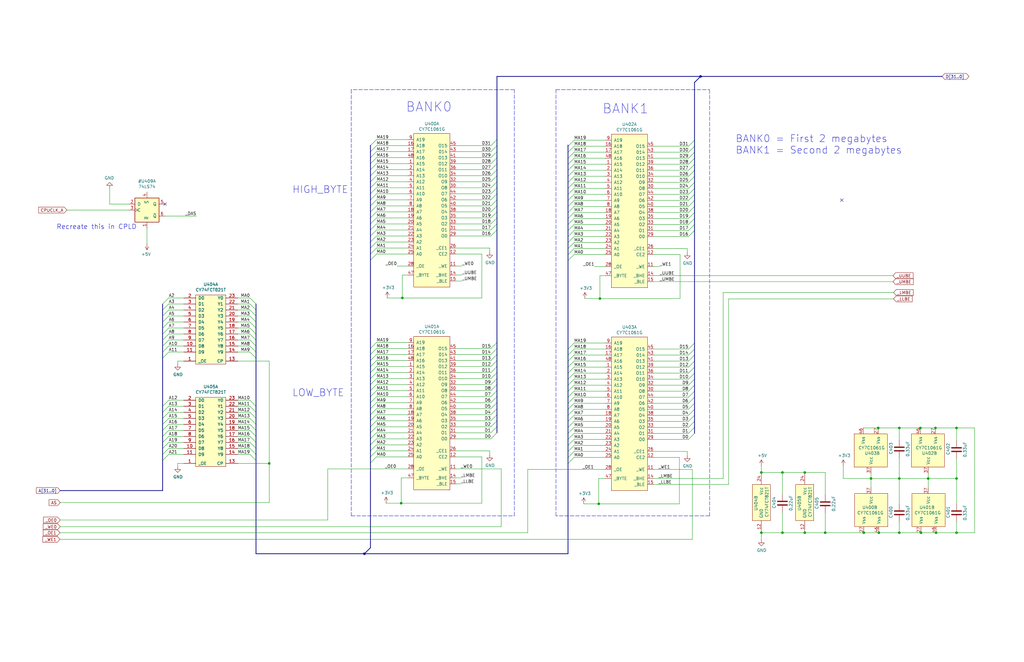
<source format=kicad_sch>
(kicad_sch (version 20211123) (generator eeschema)
  (paper "B")
  (lib_symbols
    (symbol "74xx:74LS74" (pin_names (offset 1.016))
      (property "Reference" "U" (at -7.62 8.89 0))
      (property "Value" "74LS74" (at -7.62 -8.89 0))
      (symbol "74LS74_1_0"
        (pin input line (at 0 -7.62 90) (length 2.54) (name "~{R}") (number "1"))
        (pin input line (at -7.62 2.54 0) (length 2.54) (name "D") (number "2"))
        (pin input clock (at -7.62 0 0) (length 2.54) (name "C") (number "3"))
        (pin input line (at 0 7.62 270) (length 2.54) (name "~{S}") (number "4"))
        (pin output line (at 7.62 2.54 180) (length 2.54) (name "Q") (number "5"))
        (pin output line (at 7.62 -2.54 180) (length 2.54) (name "~{Q}") (number "6"))
      )
      (symbol "74LS74_2_0"
        (pin input line (at 0 7.62 270) (length 2.54) (name "~{S}") (number "10"))
        (pin input clock (at -7.62 0 0) (length 2.54) (name "C") (number "11"))
        (pin input line (at -7.62 2.54 0) (length 2.54) (name "D") (number "12"))
        (pin input line (at 0 -7.62 90) (length 2.54) (name "~{R}") (number "13"))
        (pin output line (at 7.62 -2.54 180) (length 2.54) (name "~{Q}") (number "8"))
        (pin output line (at 7.62 2.54 180) (length 2.54) (name "Q") (number "9"))
      )
      (symbol "74LS74_3_0"
        (pin power_in line (at 0 10.16 270) (length 2.54) (name "VCC") (number "14"))
        (pin power_in line (at 0 -10.16 90) (length 2.54) (name "GND") (number "7"))
      )
    )
    (symbol "Device:C" (pin_numbers hide) (pin_names (offset 0.254))
      (property "Reference" "C" (at 0.635 2.54 0))
      (property "Value" "C" (at 0.635 -2.54 0))
      (symbol "C_1_1"
        (pin passive line (at 0 3.81 270) (length 2.794) (name "~") (number "1"))
        (pin passive line (at 0 -3.81 90) (length 2.794) (name "~") (number "2"))
      )
    )
    (symbol "N2630:CY62167-SRAM" (pin_names (offset 1.016))
      (property "Reference" "U" (at 0.762 0 0))
      (property "Value" "CY62167-SRAM" (at 0.762 0 0))
      (symbol "CY62167-SRAM_1_1"
        (pin input line (at -10.16 11.43 0) (length 2.54) (name "A15") (number "1"))
        (pin input line (at 10.16 -31.75 180) (length 2.54) (name "_WE") (number "11"))
        (pin input line (at 10.16 -26.67 180) (length 2.54) (name "CE2") (number "12"))
        (pin input line (at 10.16 -35.56 180) (length 2.54) (name "_BHE") (number "14"))
        (pin input line (at 10.16 -38.1 180) (length 2.54) (name "_BLE") (number "15"))
        (pin input line (at -10.16 19.05 0) (length 2.54) (name "A18") (number "16"))
        (pin input line (at -10.16 16.51 0) (length 2.54) (name "A17") (number "17"))
        (pin input line (at -10.16 -8.89 0) (length 2.54) (name "A7") (number "18"))
        (pin input line (at -10.16 -11.43 0) (length 2.54) (name "A6") (number "19"))
        (pin input line (at -10.16 8.89 0) (length 2.54) (name "A14") (number "2"))
        (pin input line (at -10.16 -13.97 0) (length 2.54) (name "A5") (number "20"))
        (pin input line (at -10.16 -16.51 0) (length 2.54) (name "A4") (number "21"))
        (pin input line (at -10.16 -19.05 0) (length 2.54) (name "A3") (number "22"))
        (pin input line (at -10.16 -21.59 0) (length 2.54) (name "A2") (number "23"))
        (pin input line (at -10.16 -24.13 0) (length 2.54) (name "A1") (number "24"))
        (pin input line (at -10.16 -26.67 0) (length 2.54) (name "A0") (number "25"))
        (pin input line (at 10.16 -24.13 180) (length 2.54) (name "_CE1") (number "26"))
        (pin input line (at -10.16 -31.75 0) (length 2.54) (name "_OE") (number "28"))
        (pin input line (at 10.16 -19.05 180) (length 2.54) (name "O0") (number "29"))
        (pin input line (at -10.16 6.35 0) (length 2.54) (name "A13") (number "3"))
        (pin input line (at 10.16 1.27 180) (length 2.54) (name "O8") (number "30"))
        (pin input line (at 10.16 -16.51 180) (length 2.54) (name "O1") (number "31"))
        (pin input line (at 10.16 3.81 180) (length 2.54) (name "O9") (number "32"))
        (pin input line (at 10.16 -13.97 180) (length 2.54) (name "O2") (number "33"))
        (pin input line (at 10.16 6.35 180) (length 2.54) (name "O10") (number "34"))
        (pin input line (at 10.16 -11.43 180) (length 2.54) (name "O3") (number "35"))
        (pin input line (at 10.16 8.89 180) (length 2.54) (name "O11") (number "36"))
        (pin input line (at 10.16 -8.89 180) (length 2.54) (name "O4") (number "38"))
        (pin input line (at 10.16 11.43 180) (length 2.54) (name "O12") (number "39"))
        (pin input line (at -10.16 3.81 0) (length 2.54) (name "A12") (number "4"))
        (pin input line (at 10.16 -6.35 180) (length 2.54) (name "O5") (number "40"))
        (pin input line (at 10.16 13.97 180) (length 2.54) (name "O13") (number "41"))
        (pin input line (at 10.16 -3.81 180) (length 2.54) (name "O6") (number "42"))
        (pin input line (at 10.16 16.51 180) (length 2.54) (name "014") (number "43"))
        (pin input line (at 10.16 -1.27 180) (length 2.54) (name "O7") (number "44"))
        (pin input line (at 10.16 19.05 180) (length 2.54) (name "O15") (number "45"))
        (pin input line (at -10.16 -35.56 0) (length 2.54) (name "_BYTE") (number "47"))
        (pin input line (at -10.16 13.97 0) (length 2.54) (name "A16") (number "48"))
        (pin input line (at -10.16 1.27 0) (length 2.54) (name "A11") (number "5"))
        (pin input line (at -10.16 -1.27 0) (length 2.54) (name "A10") (number "6"))
        (pin input line (at -10.16 -3.81 0) (length 2.54) (name "A9") (number "7"))
        (pin input line (at -10.16 -6.35 0) (length 2.54) (name "A8") (number "8"))
        (pin input line (at -10.16 21.59 0) (length 2.54) (name "A19") (number "9"))
      )
      (symbol "CY62167-SRAM_2_1"
        (pin input line (at -3.048 -8.89 90) (length 2.54) (name "Vss") (number "27"))
        (pin input line (at 0 10.16 270) (length 2.54) (name "Vcc") (number "37"))
        (pin input line (at 3.302 -8.89 90) (length 2.54) (name "Vss") (number "46"))
      )
    )
    (symbol "N2630:CY74FCT821T" (pin_names (offset 1.016))
      (property "Reference" "U" (at 0 2.54 0))
      (property "Value" "CY74FCT821T" (at 0 0 0))
      (symbol "CY74FCT821T_1_1"
        (pin input line (at -11.43 -12.7 0) (length 5.08) (name "_OE") (number "1"))
        (pin input line (at -11.43 -6.35 0) (length 5.08) (name "D8") (number "10"))
        (pin input line (at -11.43 -8.89 0) (length 5.08) (name "D9") (number "11"))
        (pin input line (at 11.43 -12.7 180) (length 5.08) (name "CP") (number "13"))
        (pin output line (at 11.43 -8.89 180) (length 5.08) (name "Y9") (number "14"))
        (pin output line (at 11.43 -6.35 180) (length 5.08) (name "Y8") (number "15"))
        (pin output line (at 11.43 -3.81 180) (length 5.08) (name "Y7") (number "16"))
        (pin output line (at 11.43 -1.27 180) (length 5.08) (name "Y6") (number "17"))
        (pin output line (at 11.43 1.27 180) (length 5.08) (name "Y5") (number "18"))
        (pin output line (at 11.43 3.81 180) (length 5.08) (name "Y4") (number "19"))
        (pin input line (at -11.43 13.97 0) (length 5.08) (name "D0") (number "2"))
        (pin output line (at 11.43 6.35 180) (length 5.08) (name "Y3") (number "20"))
        (pin output line (at 11.43 8.89 180) (length 5.08) (name "Y2") (number "21"))
        (pin output line (at 11.43 11.43 180) (length 5.08) (name "Y1") (number "22"))
        (pin output line (at 11.43 13.97 180) (length 5.08) (name "Y0") (number "23"))
        (pin input line (at -11.43 11.43 0) (length 5.08) (name "D1") (number "3"))
        (pin input line (at -11.43 8.89 0) (length 5.08) (name "D2") (number "4"))
        (pin input line (at -11.43 6.35 0) (length 5.08) (name "D3") (number "5"))
        (pin input line (at -11.43 3.81 0) (length 5.08) (name "D4") (number "6"))
        (pin input line (at -11.43 1.27 0) (length 5.08) (name "D5") (number "7"))
        (pin input line (at -11.43 -1.27 0) (length 5.08) (name "D6") (number "8"))
        (pin input line (at -11.43 -3.81 0) (length 5.08) (name "D7") (number "9"))
      )
      (symbol "CY74FCT821T_2_1"
        (pin power_in line (at 0 -12.7 90) (length 5.08) (name "GND") (number "12"))
        (pin power_in line (at 0 12.7 270) (length 5.08) (name "Vcc") (number "24"))
      )
    )
    (symbol "power:+3.3V" (power) (pin_names (offset 0))
      (property "Value" "+3.3V" (at 0 3.556 0))
      (symbol "+3.3V_1_1"
        (pin power_in line (at 0 0 90) (length 0) hide (name "+3V3") (number "1"))
      )
    )
    (symbol "power:+5V" (power) (pin_names (offset 0))
      (property "Value" "+5V" (at 0 3.556 0))
      (symbol "+5V_1_1"
        (pin power_in line (at 0 0 90) (length 0) hide (name "+5V") (number "1"))
      )
    )
    (symbol "power:GND" (power) (pin_names (offset 0))
      (property "Value" "GND" (at 0 -3.81 0))
      (symbol "GND_1_1"
        (pin power_in line (at 0 0 270) (length 0) hide (name "GND") (number "1"))
      )
    )
  )
  (junction (at 367.284 201.93))
  (junction (at 394.716 224.79))
  (junction (at 329.946 224.79))
  (junction (at 252.984 125.984))
  (junction (at 379.222 224.79))
  (junction (at 113.538 195.58))
  (junction (at 339.344 224.79))
  (junction (at 364.236 224.79))
  (junction (at 403.352 180.594))
  (junction (at 379.222 180.594))
  (junction (at 370.586 224.79))
  (junction (at 370.332 180.594))
  (junction (at 403.352 224.79))
  (junction (at 403.352 201.93))
  (junction (at 321.056 224.79))
  (junction (at 347.98 224.79))
  (junction (at 394.462 180.594))
  (junction (at 391.414 201.93))
  (junction (at 252.476 212.598))
  (junction (at 379.222 201.93))
  (junction (at 321.056 199.39))
  (junction (at 339.344 199.39))
  (junction (at 295.402 32.258))
  (junction (at 169.672 125.73))
  (junction (at 388.112 180.594))
  (junction (at 169.164 212.344))
  (junction (at 388.366 224.79))
  (junction (at 329.946 199.39))
  (junction (at 153.67 233.68))
  (no_connect (at 354.965 84.455))
  (no_connect (at 69.596 86.106))
  (bus_entry (at 71.12 176.53) (size -2.54 2.54))
  (bus_entry (at 105.41 148.59) (size 2.54 2.54))
  (bus_entry (at 158.75 157.226) (size -2.54 2.54))
  (bus_entry (at 242.062 79.502) (size -2.54 2.54))
  (bus_entry (at 158.75 154.686) (size -2.54 2.54))
  (bus_entry (at 242.062 107.442) (size -2.54 2.54))
  (bus_entry (at 242.062 182.88) (size -2.54 2.54))
  (bus_entry (at 71.12 148.59) (size -2.54 2.54))
  (bus_entry (at 105.41 130.81) (size 2.54 2.54))
  (bus_entry (at 105.41 179.07) (size 2.54 2.54))
  (bus_entry (at 158.75 102.108) (size -2.54 2.54))
  (bus_entry (at 207.01 149.606) (size 2.54 -2.54))
  (bus_entry (at 71.12 173.99) (size -2.54 2.54))
  (bus_entry (at 242.062 170.18) (size -2.54 2.54))
  (bus_entry (at 71.12 143.51) (size -2.54 2.54))
  (bus_entry (at 290.322 64.262) (size 2.54 -2.54))
  (bus_entry (at 242.062 97.282) (size -2.54 2.54))
  (bus_entry (at 71.12 130.81) (size -2.54 2.54))
  (bus_entry (at 105.41 140.97) (size 2.54 2.54))
  (bus_entry (at 71.12 135.89) (size -2.54 2.54))
  (bus_entry (at 158.75 58.928) (size -2.54 2.54))
  (bus_entry (at 242.062 185.42) (size -2.54 2.54))
  (bus_entry (at 158.75 175.006) (size -2.54 2.54))
  (bus_entry (at 207.01 91.948) (size 2.54 -2.54))
  (bus_entry (at 207.01 152.146) (size 2.54 -2.54))
  (bus_entry (at 242.062 61.722) (size -2.54 2.54))
  (bus_entry (at 242.062 99.822) (size -2.54 2.54))
  (bus_entry (at 158.75 172.466) (size -2.54 2.54))
  (bus_entry (at 207.01 167.386) (size 2.54 -2.54))
  (bus_entry (at 71.12 171.45) (size -2.54 2.54))
  (bus_entry (at 242.062 94.742) (size -2.54 2.54))
  (bus_entry (at 290.322 149.86) (size 2.54 -2.54))
  (bus_entry (at 207.01 94.488) (size 2.54 -2.54))
  (bus_entry (at 105.41 133.35) (size 2.54 2.54))
  (bus_entry (at 158.75 89.408) (size -2.54 2.54))
  (bus_entry (at 105.41 176.53) (size 2.54 2.54))
  (bus_entry (at 207.01 159.766) (size 2.54 -2.54))
  (bus_entry (at 242.062 144.78) (size -2.54 2.54))
  (bus_entry (at 242.062 71.882) (size -2.54 2.54))
  (bus_entry (at 71.12 138.43) (size -2.54 2.54))
  (bus_entry (at 71.12 128.27) (size -2.54 2.54))
  (bus_entry (at 242.062 165.1) (size -2.54 2.54))
  (bus_entry (at 242.062 162.56) (size -2.54 2.54))
  (bus_entry (at 158.75 177.546) (size -2.54 2.54))
  (bus_entry (at 242.062 92.202) (size -2.54 2.54))
  (bus_entry (at 158.75 69.088) (size -2.54 2.54))
  (bus_entry (at 207.01 66.548) (size 2.54 -2.54))
  (bus_entry (at 158.75 84.328) (size -2.54 2.54))
  (bus_entry (at 290.322 87.122) (size 2.54 -2.54))
  (bus_entry (at 158.75 97.028) (size -2.54 2.54))
  (bus_entry (at 105.41 168.91) (size 2.54 2.54))
  (bus_entry (at 207.01 69.088) (size 2.54 -2.54))
  (bus_entry (at 290.322 97.282) (size 2.54 -2.54))
  (bus_entry (at 158.75 107.188) (size -2.54 2.54))
  (bus_entry (at 105.41 143.51) (size 2.54 2.54))
  (bus_entry (at 207.01 64.008) (size 2.54 -2.54))
  (bus_entry (at 207.01 185.166) (size 2.54 -2.54))
  (bus_entry (at 105.41 186.69) (size 2.54 2.54))
  (bus_entry (at 207.01 61.468) (size 2.54 -2.54))
  (bus_entry (at 158.75 104.648) (size -2.54 2.54))
  (bus_entry (at 71.12 181.61) (size -2.54 2.54))
  (bus_entry (at 290.322 160.02) (size 2.54 -2.54))
  (bus_entry (at 207.01 164.846) (size 2.54 -2.54))
  (bus_entry (at 207.01 172.466) (size 2.54 -2.54))
  (bus_entry (at 290.322 185.42) (size 2.54 -2.54))
  (bus_entry (at 158.75 152.146) (size -2.54 2.54))
  (bus_entry (at 242.062 160.02) (size -2.54 2.54))
  (bus_entry (at 158.75 144.526) (size -2.54 2.54))
  (bus_entry (at 71.12 125.73) (size -2.54 2.54))
  (bus_entry (at 158.75 76.708) (size -2.54 2.54))
  (bus_entry (at 105.41 181.61) (size 2.54 2.54))
  (bus_entry (at 71.12 168.91) (size -2.54 2.54))
  (bus_entry (at 105.41 171.45) (size 2.54 2.54))
  (bus_entry (at 242.062 149.86) (size -2.54 2.54))
  (bus_entry (at 158.75 192.786) (size -2.54 2.54))
  (bus_entry (at 242.062 193.04) (size -2.54 2.54))
  (bus_entry (at 207.01 71.628) (size 2.54 -2.54))
  (bus_entry (at 242.062 175.26) (size -2.54 2.54))
  (bus_entry (at 207.01 182.626) (size 2.54 -2.54))
  (bus_entry (at 242.062 64.262) (size -2.54 2.54))
  (bus_entry (at 290.322 69.342) (size 2.54 -2.54))
  (bus_entry (at 207.01 81.788) (size 2.54 -2.54))
  (bus_entry (at 207.01 99.568) (size 2.54 -2.54))
  (bus_entry (at 242.062 190.5) (size -2.54 2.54))
  (bus_entry (at 158.75 185.166) (size -2.54 2.54))
  (bus_entry (at 242.062 177.8) (size -2.54 2.54))
  (bus_entry (at 242.062 76.962) (size -2.54 2.54))
  (bus_entry (at 290.322 170.18) (size 2.54 -2.54))
  (bus_entry (at 290.322 99.822) (size 2.54 -2.54))
  (bus_entry (at 242.062 180.34) (size -2.54 2.54))
  (bus_entry (at 158.75 190.246) (size -2.54 2.54))
  (bus_entry (at 207.01 84.328) (size 2.54 -2.54))
  (bus_entry (at 242.062 187.96) (size -2.54 2.54))
  (bus_entry (at 158.75 86.868) (size -2.54 2.54))
  (bus_entry (at 105.41 173.99) (size 2.54 2.54))
  (bus_entry (at 290.322 165.1) (size 2.54 -2.54))
  (bus_entry (at 290.322 76.962) (size 2.54 -2.54))
  (bus_entry (at 290.322 89.662) (size 2.54 -2.54))
  (bus_entry (at 242.062 84.582) (size -2.54 2.54))
  (bus_entry (at 290.322 175.26) (size 2.54 -2.54))
  (bus_entry (at 242.062 154.94) (size -2.54 2.54))
  (bus_entry (at 71.12 179.07) (size -2.54 2.54))
  (bus_entry (at 207.01 97.028) (size 2.54 -2.54))
  (bus_entry (at 290.322 71.882) (size 2.54 -2.54))
  (bus_entry (at 242.062 74.422) (size -2.54 2.54))
  (bus_entry (at 158.75 159.766) (size -2.54 2.54))
  (bus_entry (at 242.062 104.902) (size -2.54 2.54))
  (bus_entry (at 290.322 74.422) (size 2.54 -2.54))
  (bus_entry (at 207.01 86.868) (size 2.54 -2.54))
  (bus_entry (at 207.01 169.926) (size 2.54 -2.54))
  (bus_entry (at 290.322 162.56) (size 2.54 -2.54))
  (bus_entry (at 290.322 152.4) (size 2.54 -2.54))
  (bus_entry (at 105.41 191.77) (size 2.54 2.54))
  (bus_entry (at 105.41 146.05) (size 2.54 2.54))
  (bus_entry (at 158.75 187.706) (size -2.54 2.54))
  (bus_entry (at 158.75 66.548) (size -2.54 2.54))
  (bus_entry (at 242.062 82.042) (size -2.54 2.54))
  (bus_entry (at 242.062 152.4) (size -2.54 2.54))
  (bus_entry (at 290.322 94.742) (size 2.54 -2.54))
  (bus_entry (at 290.322 180.34) (size 2.54 -2.54))
  (bus_entry (at 290.322 82.042) (size 2.54 -2.54))
  (bus_entry (at 242.062 66.802) (size -2.54 2.54))
  (bus_entry (at 158.75 147.066) (size -2.54 2.54))
  (bus_entry (at 290.322 61.722) (size 2.54 -2.54))
  (bus_entry (at 71.12 191.77) (size -2.54 2.54))
  (bus_entry (at 158.75 99.568) (size -2.54 2.54))
  (bus_entry (at 290.322 66.802) (size 2.54 -2.54))
  (bus_entry (at 158.75 169.926) (size -2.54 2.54))
  (bus_entry (at 158.75 180.086) (size -2.54 2.54))
  (bus_entry (at 158.75 81.788) (size -2.54 2.54))
  (bus_entry (at 207.01 74.168) (size 2.54 -2.54))
  (bus_entry (at 158.75 162.306) (size -2.54 2.54))
  (bus_entry (at 242.062 69.342) (size -2.54 2.54))
  (bus_entry (at 290.322 92.202) (size 2.54 -2.54))
  (bus_entry (at 242.062 87.122) (size -2.54 2.54))
  (bus_entry (at 290.322 154.94) (size 2.54 -2.54))
  (bus_entry (at 207.01 175.006) (size 2.54 -2.54))
  (bus_entry (at 71.12 140.97) (size -2.54 2.54))
  (bus_entry (at 207.01 177.546) (size 2.54 -2.54))
  (bus_entry (at 71.12 146.05) (size -2.54 2.54))
  (bus_entry (at 242.062 89.662) (size -2.54 2.54))
  (bus_entry (at 71.12 186.69) (size -2.54 2.54))
  (bus_entry (at 207.01 89.408) (size 2.54 -2.54))
  (bus_entry (at 207.01 76.708) (size 2.54 -2.54))
  (bus_entry (at 290.322 167.64) (size 2.54 -2.54))
  (bus_entry (at 207.01 157.226) (size 2.54 -2.54))
  (bus_entry (at 290.322 84.582) (size 2.54 -2.54))
  (bus_entry (at 242.062 147.32) (size -2.54 2.54))
  (bus_entry (at 290.322 182.88) (size 2.54 -2.54))
  (bus_entry (at 71.12 184.15) (size -2.54 2.54))
  (bus_entry (at 158.75 61.468) (size -2.54 2.54))
  (bus_entry (at 290.322 177.8) (size 2.54 -2.54))
  (bus_entry (at 207.01 79.248) (size 2.54 -2.54))
  (bus_entry (at 242.062 102.362) (size -2.54 2.54))
  (bus_entry (at 71.12 133.35) (size -2.54 2.54))
  (bus_entry (at 290.322 147.32) (size 2.54 -2.54))
  (bus_entry (at 158.75 64.008) (size -2.54 2.54))
  (bus_entry (at 207.01 154.686) (size 2.54 -2.54))
  (bus_entry (at 242.062 172.72) (size -2.54 2.54))
  (bus_entry (at 105.41 138.43) (size 2.54 2.54))
  (bus_entry (at 105.41 135.89) (size 2.54 2.54))
  (bus_entry (at 158.75 79.248) (size -2.54 2.54))
  (bus_entry (at 158.75 94.488) (size -2.54 2.54))
  (bus_entry (at 158.75 182.626) (size -2.54 2.54))
  (bus_entry (at 158.75 149.606) (size -2.54 2.54))
  (bus_entry (at 207.01 147.066) (size 2.54 -2.54))
  (bus_entry (at 105.41 125.73) (size 2.54 2.54))
  (bus_entry (at 158.75 167.386) (size -2.54 2.54))
  (bus_entry (at 158.75 164.846) (size -2.54 2.54))
  (bus_entry (at 242.062 157.48) (size -2.54 2.54))
  (bus_entry (at 290.322 172.72) (size 2.54 -2.54))
  (bus_entry (at 242.062 59.182) (size -2.54 2.54))
  (bus_entry (at 158.75 74.168) (size -2.54 2.54))
  (bus_entry (at 207.01 180.086) (size 2.54 -2.54))
  (bus_entry (at 158.75 91.948) (size -2.54 2.54))
  (bus_entry (at 290.322 79.502) (size 2.54 -2.54))
  (bus_entry (at 105.41 189.23) (size 2.54 2.54))
  (bus_entry (at 105.41 128.27) (size 2.54 2.54))
  (bus_entry (at 207.01 162.306) (size 2.54 -2.54))
  (bus_entry (at 105.41 184.15) (size 2.54 2.54))
  (bus_entry (at 158.75 71.628) (size -2.54 2.54))
  (bus_entry (at 290.322 157.48) (size 2.54 -2.54))
  (bus_entry (at 242.062 167.64) (size -2.54 2.54))
  (bus_entry (at 71.12 189.23) (size -2.54 2.54))
  (bus (pts (xy 292.862 154.94) (xy 292.862 157.48)))
  (wire (pts (xy 100.33 125.73) (xy 105.41 125.73)))
  (bus (pts (xy 209.55 64.008) (xy 209.55 66.548)))
  (bus (pts (xy 68.58 186.69) (xy 68.58 189.23)))
  (wire (pts (xy 275.59 74.422) (xy 290.322 74.422)))
  (wire (pts (xy 275.59 116.332) (xy 376.555 116.332)))
  (wire (pts (xy 171.958 167.386) (xy 158.75 167.386)))
  (wire (pts (xy 255.27 147.32) (xy 242.062 147.32)))
  (bus (pts (xy 209.55 81.788) (xy 209.55 84.328)))
  (wire (pts (xy 275.59 177.8) (xy 290.322 177.8)))
  (wire (pts (xy 275.59 71.882) (xy 290.322 71.882)))
  (wire (pts (xy 77.47 176.53) (xy 71.12 176.53)))
  (bus (pts (xy 292.862 89.662) (xy 292.862 92.202)))
  (bus (pts (xy 156.21 162.306) (xy 156.21 164.846)))
  (wire (pts (xy 379.222 201.93) (xy 379.222 212.598)))
  (wire (pts (xy 363.982 180.594) (xy 370.332 180.594)))
  (wire (pts (xy 304.927 123.444) (xy 376.809 123.444)))
  (wire (pts (xy 169.672 116.078) (xy 171.958 116.078)))
  (bus (pts (xy 239.522 61.214) (xy 239.522 61.722)))
  (wire (pts (xy 74.93 195.58) (xy 74.93 196.85)))
  (bus (pts (xy 107.95 173.99) (xy 107.95 176.53)))
  (bus (pts (xy 292.862 97.282) (xy 292.862 144.78)))
  (bus (pts (xy 239.522 152.4) (xy 239.522 154.94)))
  (bus (pts (xy 156.21 97.028) (xy 156.21 99.568)))
  (bus (pts (xy 209.55 180.086) (xy 209.55 182.626)))
  (bus (pts (xy 239.522 94.742) (xy 239.522 97.282)))
  (bus (pts (xy 209.55 149.606) (xy 209.55 152.146)))
  (bus (pts (xy 107.95 146.05) (xy 107.95 148.59)))
  (wire (pts (xy 100.33 179.07) (xy 105.41 179.07)))
  (wire (pts (xy 77.47 133.35) (xy 71.12 133.35)))
  (bus (pts (xy 156.21 192.786) (xy 156.21 195.326)))
  (wire (pts (xy 192.278 157.226) (xy 207.01 157.226)))
  (wire (pts (xy 275.59 84.582) (xy 290.322 84.582)))
  (bus (pts (xy 156.21 107.188) (xy 156.21 109.728)))
  (wire (pts (xy 275.59 92.202) (xy 290.322 92.202)))
  (bus (pts (xy 156.21 172.466) (xy 156.21 175.006)))
  (bus (pts (xy 156.21 99.568) (xy 156.21 102.108)))
  (bus (pts (xy 107.95 194.31) (xy 107.95 233.68)))
  (bus (pts (xy 156.21 187.706) (xy 156.21 190.246)))
  (bus (pts (xy 239.522 69.342) (xy 239.522 71.882)))
  (wire (pts (xy 289.814 192.278) (xy 289.814 190.5)))
  (wire (pts (xy 192.278 89.408) (xy 207.01 89.408)))
  (wire (pts (xy 255.27 175.26) (xy 242.062 175.26)))
  (wire (pts (xy 255.27 66.802) (xy 242.062 66.802)))
  (wire (pts (xy 367.284 201.93) (xy 379.222 201.93)))
  (bus (pts (xy 239.522 147.32) (xy 239.522 149.86)))
  (bus (pts (xy 209.55 169.926) (xy 209.55 172.466)))
  (bus (pts (xy 68.58 133.35) (xy 68.58 135.89)))
  (wire (pts (xy 275.59 190.5) (xy 289.814 190.5)))
  (bus (pts (xy 156.21 79.248) (xy 156.21 81.788)))
  (wire (pts (xy 255.27 97.282) (xy 242.062 97.282)))
  (wire (pts (xy 77.47 148.59) (xy 71.12 148.59)))
  (wire (pts (xy 275.59 170.18) (xy 290.322 170.18)))
  (wire (pts (xy 255.27 167.64) (xy 242.062 167.64)))
  (wire (pts (xy 255.27 74.422) (xy 242.062 74.422)))
  (bus (pts (xy 209.55 86.868) (xy 209.55 89.408)))
  (wire (pts (xy 192.278 154.686) (xy 207.01 154.686)))
  (wire (pts (xy 321.056 196.596) (xy 321.056 199.39)))
  (bus (pts (xy 239.522 89.662) (xy 239.522 92.202)))
  (bus (pts (xy 239.522 180.34) (xy 239.522 182.88)))
  (bus (pts (xy 156.21 76.708) (xy 156.21 79.248)))
  (bus (pts (xy 209.55 147.066) (xy 209.55 149.606)))
  (bus (pts (xy 156.21 185.166) (xy 156.21 187.706)))
  (wire (pts (xy 77.47 191.77) (xy 71.12 191.77)))
  (wire (pts (xy 286.766 107.442) (xy 286.766 125.984)))
  (wire (pts (xy 69.596 91.186) (xy 82.804 91.186)))
  (bus (pts (xy 156.21 190.246) (xy 156.21 192.786)))
  (wire (pts (xy 77.47 184.15) (xy 71.12 184.15)))
  (bus (pts (xy 209.55 91.948) (xy 209.55 94.488)))
  (bus (pts (xy 68.58 138.43) (xy 68.58 140.97)))
  (bus (pts (xy 292.862 157.48) (xy 292.862 160.02)))
  (wire (pts (xy 100.33 176.53) (xy 105.41 176.53)))
  (wire (pts (xy 255.27 92.202) (xy 242.062 92.202)))
  (bus (pts (xy 68.58 130.81) (xy 68.58 133.35)))
  (wire (pts (xy 77.47 140.97) (xy 71.12 140.97)))
  (bus (pts (xy 239.522 175.26) (xy 239.522 177.8)))
  (wire (pts (xy 275.59 152.4) (xy 290.322 152.4)))
  (bus (pts (xy 239.522 195.58) (xy 239.522 233.68)))
  (bus (pts (xy 107.95 143.51) (xy 107.95 146.05)))
  (wire (pts (xy 255.27 144.78) (xy 242.062 144.78)))
  (wire (pts (xy 275.59 185.42) (xy 290.322 185.42)))
  (wire (pts (xy 403.352 220.218) (xy 403.352 224.79)))
  (wire (pts (xy 275.59 97.282) (xy 290.322 97.282)))
  (wire (pts (xy 171.958 76.708) (xy 158.75 76.708)))
  (wire (pts (xy 275.59 149.86) (xy 290.322 149.86)))
  (bus (pts (xy 107.95 179.07) (xy 107.95 181.61)))
  (wire (pts (xy 255.27 187.96) (xy 242.062 187.96)))
  (bus (pts (xy 107.95 171.45) (xy 107.95 173.99)))
  (wire (pts (xy 255.27 89.662) (xy 242.062 89.662)))
  (wire (pts (xy 394.462 180.594) (xy 403.352 180.594)))
  (wire (pts (xy 275.59 69.342) (xy 290.322 69.342)))
  (bus (pts (xy 153.67 233.68) (xy 156.21 231.14)))
  (wire (pts (xy 171.958 157.226) (xy 158.75 157.226)))
  (bus (pts (xy 209.55 144.526) (xy 209.55 147.066)))
  (wire (pts (xy 77.47 125.73) (xy 71.12 125.73)))
  (wire (pts (xy 255.27 79.502) (xy 242.062 79.502)))
  (bus (pts (xy 156.21 164.846) (xy 156.21 167.386)))
  (wire (pts (xy 77.47 195.58) (xy 74.93 195.58)))
  (wire (pts (xy 100.33 184.15) (xy 105.41 184.15)))
  (wire (pts (xy 169.672 125.73) (xy 169.672 116.078)))
  (wire (pts (xy 192.278 74.168) (xy 207.01 74.168)))
  (wire (pts (xy 192.278 167.386) (xy 207.01 167.386)))
  (wire (pts (xy 255.27 149.86) (xy 242.062 149.86)))
  (wire (pts (xy 169.164 212.344) (xy 169.164 201.676)))
  (wire (pts (xy 255.27 162.56) (xy 242.062 162.56)))
  (wire (pts (xy 275.59 79.502) (xy 290.322 79.502)))
  (polyline (pts (xy 234.442 37.846) (xy 299.212 37.846)))
  (bus (pts (xy 156.21 195.326) (xy 156.21 231.14)))
  (bus (pts (xy 292.862 144.78) (xy 292.862 147.32)))
  (bus (pts (xy 292.862 61.722) (xy 292.862 64.262)))
  (wire (pts (xy 100.33 173.99) (xy 105.41 173.99)))
  (wire (pts (xy 171.958 89.408) (xy 158.75 89.408)))
  (wire (pts (xy 192.278 197.866) (xy 211.328 197.866)))
  (bus (pts (xy 209.55 71.628) (xy 209.55 74.168)))
  (wire (pts (xy 275.59 64.262) (xy 290.322 64.262)))
  (bus (pts (xy 295.402 32.258) (xy 397.256 32.258)))
  (bus (pts (xy 156.21 180.086) (xy 156.21 182.626)))
  (wire (pts (xy 171.958 81.788) (xy 158.75 81.788)))
  (wire (pts (xy 367.284 201.93) (xy 367.284 199.644)))
  (wire (pts (xy 222.504 198.12) (xy 222.504 224.79)))
  (wire (pts (xy 275.59 107.442) (xy 286.766 107.442)))
  (wire (pts (xy 169.672 125.73) (xy 163.322 125.73)))
  (wire (pts (xy 275.59 147.32) (xy 290.322 147.32)))
  (wire (pts (xy 222.504 198.12) (xy 255.27 198.12)))
  (bus (pts (xy 292.862 87.122) (xy 292.862 89.662)))
  (bus (pts (xy 153.67 233.68) (xy 239.522 233.68)))
  (bus (pts (xy 156.21 157.226) (xy 156.21 159.766)))
  (wire (pts (xy 275.59 160.02) (xy 290.322 160.02)))
  (wire (pts (xy 203.2 212.344) (xy 169.164 212.344)))
  (bus (pts (xy 156.21 61.468) (xy 156.21 64.008)))
  (bus (pts (xy 209.55 162.306) (xy 209.55 164.846)))
  (bus (pts (xy 209.55 61.468) (xy 209.55 64.008)))
  (wire (pts (xy 379.222 224.79) (xy 388.366 224.79)))
  (wire (pts (xy 100.33 186.69) (xy 105.41 186.69)))
  (wire (pts (xy 206.502 106.426) (xy 206.502 104.648)))
  (wire (pts (xy 391.414 201.93) (xy 403.352 201.93)))
  (wire (pts (xy 77.47 189.23) (xy 71.12 189.23)))
  (wire (pts (xy 171.958 192.786) (xy 158.75 192.786)))
  (bus (pts (xy 292.862 180.34) (xy 292.862 182.88)))
  (wire (pts (xy 113.538 195.58) (xy 100.33 195.58)))
  (wire (pts (xy 171.958 162.306) (xy 158.75 162.306)))
  (wire (pts (xy 391.414 201.93) (xy 391.414 205.74)))
  (wire (pts (xy 100.33 189.23) (xy 105.41 189.23)))
  (bus (pts (xy 68.58 143.51) (xy 68.58 146.05)))
  (wire (pts (xy 403.352 212.598) (xy 403.352 201.93)))
  (wire (pts (xy 100.33 128.27) (xy 105.41 128.27)))
  (polyline (pts (xy 234.442 217.678) (xy 234.442 37.846)))
  (wire (pts (xy 255.27 112.522) (xy 250.698 112.522)))
  (wire (pts (xy 355.6 201.93) (xy 355.6 196.596)))
  (wire (pts (xy 100.33 135.89) (xy 105.41 135.89)))
  (wire (pts (xy 171.958 102.108) (xy 158.75 102.108)))
  (wire (pts (xy 192.278 162.306) (xy 207.01 162.306)))
  (wire (pts (xy 275.59 165.1) (xy 290.322 165.1)))
  (bus (pts (xy 239.522 190.5) (xy 239.522 193.04)))
  (wire (pts (xy 255.27 182.88) (xy 242.062 182.88)))
  (bus (pts (xy 68.58 135.89) (xy 68.58 138.43)))
  (wire (pts (xy 192.278 175.006) (xy 207.01 175.006)))
  (bus (pts (xy 68.58 171.45) (xy 68.58 173.99)))
  (bus (pts (xy 156.21 182.626) (xy 156.21 185.166)))
  (wire (pts (xy 171.958 84.328) (xy 158.75 84.328)))
  (bus (pts (xy 156.21 86.868) (xy 156.21 89.408)))
  (bus (pts (xy 239.522 104.902) (xy 239.522 107.442)))
  (bus (pts (xy 292.862 94.742) (xy 292.862 97.282)))
  (wire (pts (xy 329.946 208.534) (xy 329.946 199.39)))
  (bus (pts (xy 239.522 162.56) (xy 239.522 165.1)))
  (wire (pts (xy 255.27 61.722) (xy 242.062 61.722)))
  (wire (pts (xy 255.27 102.362) (xy 242.062 102.362)))
  (bus (pts (xy 209.55 157.226) (xy 209.55 159.766)))
  (wire (pts (xy 100.33 171.45) (xy 105.41 171.45)))
  (wire (pts (xy 77.47 171.45) (xy 71.12 171.45)))
  (wire (pts (xy 192.278 69.088) (xy 207.01 69.088)))
  (wire (pts (xy 403.352 224.79) (xy 410.972 224.79)))
  (wire (pts (xy 113.538 195.58) (xy 113.538 212.09)))
  (bus (pts (xy 68.58 146.05) (xy 68.58 148.59)))
  (wire (pts (xy 275.59 154.94) (xy 290.322 154.94)))
  (wire (pts (xy 222.504 224.79) (xy 25.273 224.79)))
  (wire (pts (xy 275.59 61.722) (xy 290.322 61.722)))
  (wire (pts (xy 169.164 201.676) (xy 171.958 201.676)))
  (wire (pts (xy 171.958 104.648) (xy 158.75 104.648)))
  (bus (pts (xy 292.862 147.32) (xy 292.862 149.86)))
  (wire (pts (xy 255.27 69.342) (xy 242.062 69.342)))
  (bus (pts (xy 292.862 82.042) (xy 292.862 84.582)))
  (bus (pts (xy 239.522 172.72) (xy 239.522 175.26)))
  (wire (pts (xy 192.278 79.248) (xy 207.01 79.248)))
  (wire (pts (xy 367.284 201.93) (xy 355.6 201.93)))
  (bus (pts (xy 107.95 191.77) (xy 107.95 194.31)))
  (wire (pts (xy 171.958 190.246) (xy 158.75 190.246)))
  (wire (pts (xy 403.352 180.594) (xy 410.972 180.594)))
  (bus (pts (xy 107.95 128.27) (xy 107.95 130.81)))
  (wire (pts (xy 275.59 112.522) (xy 278.13 112.522)))
  (bus (pts (xy 156.21 169.926) (xy 156.21 172.466)))
  (bus (pts (xy 239.522 76.962) (xy 239.522 79.502)))
  (bus (pts (xy 156.21 175.006) (xy 156.21 177.546)))
  (wire (pts (xy 192.278 107.188) (xy 203.2 107.188)))
  (bus (pts (xy 156.21 81.788) (xy 156.21 84.328)))
  (wire (pts (xy 171.958 177.546) (xy 158.75 177.546)))
  (bus (pts (xy 68.58 194.31) (xy 68.58 207.01)))
  (bus (pts (xy 209.55 58.928) (xy 209.55 61.468)))
  (wire (pts (xy 100.33 138.43) (xy 105.41 138.43)))
  (wire (pts (xy 171.958 99.568) (xy 158.75 99.568)))
  (wire (pts (xy 286.766 125.984) (xy 252.984 125.984)))
  (wire (pts (xy 347.98 216.408) (xy 347.98 224.79)))
  (wire (pts (xy 77.47 130.81) (xy 71.12 130.81)))
  (wire (pts (xy 171.958 64.008) (xy 158.75 64.008)))
  (wire (pts (xy 192.278 147.066) (xy 207.01 147.066)))
  (bus (pts (xy 292.862 167.64) (xy 292.862 170.18)))
  (bus (pts (xy 107.95 151.13) (xy 107.95 171.45)))
  (bus (pts (xy 156.21 69.088) (xy 156.21 71.628)))
  (bus (pts (xy 292.862 84.582) (xy 292.862 87.122)))
  (wire (pts (xy 171.958 69.088) (xy 158.75 69.088)))
  (bus (pts (xy 292.862 175.26) (xy 292.862 177.8)))
  (wire (pts (xy 203.2 107.188) (xy 203.2 125.73)))
  (wire (pts (xy 321.056 224.79) (xy 329.946 224.79)))
  (wire (pts (xy 255.27 71.882) (xy 242.062 71.882)))
  (wire (pts (xy 192.278 76.708) (xy 207.01 76.708)))
  (wire (pts (xy 252.476 212.598) (xy 246.126 212.598)))
  (wire (pts (xy 275.59 76.962) (xy 290.322 76.962)))
  (polyline (pts (xy 148.082 37.846) (xy 148.082 217.678)))
  (wire (pts (xy 171.958 74.168) (xy 158.75 74.168)))
  (bus (pts (xy 209.55 154.686) (xy 209.55 157.226)))
  (bus (pts (xy 107.95 130.81) (xy 107.95 133.35)))
  (wire (pts (xy 275.59 162.56) (xy 290.322 162.56)))
  (bus (pts (xy 68.58 151.13) (xy 68.58 171.45)))
  (polyline (pts (xy 216.916 217.678) (xy 216.916 37.846)))
  (bus (pts (xy 68.58 207.01) (xy 25.4 207.01)))
  (wire (pts (xy 304.927 201.93) (xy 304.927 123.444)))
  (bus (pts (xy 209.55 74.168) (xy 209.55 76.708)))
  (wire (pts (xy 255.27 180.34) (xy 242.062 180.34)))
  (wire (pts (xy 192.278 192.786) (xy 203.2 192.786)))
  (wire (pts (xy 275.59 175.26) (xy 290.322 175.26)))
  (bus (pts (xy 107.95 186.69) (xy 107.95 189.23)))
  (wire (pts (xy 77.47 173.99) (xy 71.12 173.99)))
  (wire (pts (xy 211.328 222.25) (xy 25.4 222.25)))
  (wire (pts (xy 113.538 152.4) (xy 113.538 195.58)))
  (wire (pts (xy 275.59 94.742) (xy 290.322 94.742)))
  (wire (pts (xy 100.33 133.35) (xy 105.41 133.35)))
  (bus (pts (xy 209.55 167.386) (xy 209.55 169.926)))
  (bus (pts (xy 107.95 181.61) (xy 107.95 184.15)))
  (bus (pts (xy 239.522 84.582) (xy 239.522 87.122)))
  (wire (pts (xy 171.958 149.606) (xy 158.75 149.606)))
  (wire (pts (xy 77.47 179.07) (xy 71.12 179.07)))
  (wire (pts (xy 171.958 97.028) (xy 158.75 97.028)))
  (bus (pts (xy 239.522 82.042) (xy 239.522 84.582)))
  (wire (pts (xy 275.59 201.93) (xy 304.927 201.93)))
  (wire (pts (xy 100.33 143.51) (xy 105.41 143.51)))
  (bus (pts (xy 292.862 64.262) (xy 292.862 66.802)))
  (wire (pts (xy 171.958 169.926) (xy 158.75 169.926)))
  (bus (pts (xy 292.862 149.86) (xy 292.862 152.4)))
  (wire (pts (xy 255.27 82.042) (xy 242.062 82.042)))
  (wire (pts (xy 379.222 185.674) (xy 379.222 180.594)))
  (bus (pts (xy 156.21 74.168) (xy 156.21 76.708)))
  (bus (pts (xy 209.55 69.088) (xy 209.55 71.628)))
  (polyline (pts (xy 299.212 217.678) (xy 234.442 217.678)))
  (wire (pts (xy 192.278 164.846) (xy 207.01 164.846)))
  (bus (pts (xy 156.21 149.606) (xy 156.21 152.146)))
  (bus (pts (xy 156.21 91.948) (xy 156.21 94.488)))
  (wire (pts (xy 275.59 89.662) (xy 290.322 89.662)))
  (wire (pts (xy 192.278 201.676) (xy 194.31 201.676)))
  (wire (pts (xy 394.716 224.79) (xy 403.352 224.79)))
  (wire (pts (xy 255.27 185.42) (xy 242.062 185.42)))
  (bus (pts (xy 292.862 34.798) (xy 292.862 59.182)))
  (wire (pts (xy 192.278 97.028) (xy 207.01 97.028)))
  (wire (pts (xy 171.958 71.628) (xy 158.75 71.628)))
  (bus (pts (xy 239.522 109.982) (xy 239.522 147.32)))
  (wire (pts (xy 100.33 148.59) (xy 105.41 148.59)))
  (wire (pts (xy 307.213 204.47) (xy 307.213 126.111)))
  (wire (pts (xy 275.59 182.88) (xy 290.322 182.88)))
  (wire (pts (xy 192.278 159.766) (xy 207.01 159.766)))
  (bus (pts (xy 239.522 64.262) (xy 239.522 66.802)))
  (wire (pts (xy 275.59 157.48) (xy 290.322 157.48)))
  (wire (pts (xy 171.958 182.626) (xy 158.75 182.626)))
  (wire (pts (xy 255.27 165.1) (xy 242.062 165.1)))
  (wire (pts (xy 192.278 64.008) (xy 207.01 64.008)))
  (bus (pts (xy 156.21 167.386) (xy 156.21 169.926)))
  (bus (pts (xy 156.21 102.108) (xy 156.21 104.648)))
  (bus (pts (xy 156.21 177.546) (xy 156.21 180.086)))
  (wire (pts (xy 275.59 167.64) (xy 290.322 167.64)))
  (wire (pts (xy 171.958 112.268) (xy 167.386 112.268)))
  (bus (pts (xy 68.58 148.59) (xy 68.58 151.13)))
  (wire (pts (xy 171.958 147.066) (xy 158.75 147.066)))
  (bus (pts (xy 239.522 177.8) (xy 239.522 180.34)))
  (bus (pts (xy 209.55 32.258) (xy 209.55 58.928)))
  (bus (pts (xy 292.862 152.4) (xy 292.862 154.94)))
  (wire (pts (xy 286.512 212.598) (xy 252.476 212.598)))
  (bus (pts (xy 239.522 167.64) (xy 239.522 170.18)))
  (wire (pts (xy 347.98 208.788) (xy 347.98 199.39)))
  (wire (pts (xy 275.59 66.802) (xy 290.322 66.802)))
  (wire (pts (xy 77.47 143.51) (xy 71.12 143.51)))
  (bus (pts (xy 292.862 66.802) (xy 292.862 69.342)))
  (bus (pts (xy 156.21 66.548) (xy 156.21 69.088)))
  (wire (pts (xy 77.47 168.91) (xy 71.12 168.91)))
  (bus (pts (xy 209.55 32.258) (xy 295.402 32.258)))
  (wire (pts (xy 169.164 212.344) (xy 162.814 212.344)))
  (bus (pts (xy 156.21 71.628) (xy 156.21 74.168)))
  (bus (pts (xy 107.95 148.59) (xy 107.95 151.13)))
  (wire (pts (xy 100.33 181.61) (xy 105.41 181.61)))
  (wire (pts (xy 203.2 125.73) (xy 169.672 125.73)))
  (bus (pts (xy 239.522 87.122) (xy 239.522 89.662)))
  (wire (pts (xy 203.2 192.786) (xy 203.2 212.344)))
  (wire (pts (xy 138.176 197.866) (xy 138.176 219.456)))
  (wire (pts (xy 255.27 152.4) (xy 242.062 152.4)))
  (wire (pts (xy 339.344 199.39) (xy 329.946 199.39)))
  (wire (pts (xy 192.278 71.628) (xy 207.01 71.628)))
  (wire (pts (xy 77.47 138.43) (xy 71.12 138.43)))
  (wire (pts (xy 403.352 193.548) (xy 403.352 201.93)))
  (wire (pts (xy 379.222 201.93) (xy 391.414 201.93)))
  (wire (pts (xy 347.98 199.39) (xy 339.344 199.39)))
  (wire (pts (xy 252.984 125.984) (xy 252.984 116.332)))
  (bus (pts (xy 209.55 175.006) (xy 209.55 177.546)))
  (wire (pts (xy 192.278 112.268) (xy 194.818 112.268)))
  (bus (pts (xy 292.862 162.56) (xy 292.862 165.1)))
  (wire (pts (xy 100.33 140.97) (xy 105.41 140.97)))
  (wire (pts (xy 410.972 224.79) (xy 410.972 180.594)))
  (wire (pts (xy 192.278 86.868) (xy 207.01 86.868)))
  (bus (pts (xy 239.522 182.88) (xy 239.522 185.42)))
  (wire (pts (xy 367.284 205.74) (xy 367.284 201.93)))
  (wire (pts (xy 171.958 172.466) (xy 158.75 172.466)))
  (wire (pts (xy 171.958 152.146) (xy 158.75 152.146)))
  (wire (pts (xy 100.33 152.4) (xy 113.538 152.4)))
  (bus (pts (xy 292.862 76.962) (xy 292.862 79.502)))
  (wire (pts (xy 255.27 154.94) (xy 242.062 154.94)))
  (wire (pts (xy 171.958 107.188) (xy 158.75 107.188)))
  (wire (pts (xy 255.27 94.742) (xy 242.062 94.742)))
  (wire (pts (xy 171.958 159.766) (xy 158.75 159.766)))
  (wire (pts (xy 192.278 169.926) (xy 207.01 169.926)))
  (wire (pts (xy 100.33 130.81) (xy 105.41 130.81)))
  (bus (pts (xy 292.862 59.182) (xy 292.862 61.722)))
  (bus (pts (xy 107.95 135.89) (xy 107.95 138.43)))
  (bus (pts (xy 292.862 172.72) (xy 292.862 175.26)))
  (wire (pts (xy 171.958 164.846) (xy 158.75 164.846)))
  (wire (pts (xy 347.98 224.79) (xy 364.236 224.79)))
  (bus (pts (xy 239.522 66.802) (xy 239.522 69.342)))
  (bus (pts (xy 209.55 66.548) (xy 209.55 69.088)))
  (bus (pts (xy 209.55 84.328) (xy 209.55 86.868)))
  (bus (pts (xy 68.58 179.07) (xy 68.58 181.61)))
  (bus (pts (xy 209.55 172.466) (xy 209.55 175.006)))
  (wire (pts (xy 255.27 157.48) (xy 242.062 157.48)))
  (wire (pts (xy 370.332 180.594) (xy 379.222 180.594)))
  (wire (pts (xy 77.47 128.27) (xy 71.12 128.27)))
  (polyline (pts (xy 216.916 37.846) (xy 148.082 37.846)))
  (wire (pts (xy 364.236 224.79) (xy 370.586 224.79)))
  (wire (pts (xy 252.476 212.598) (xy 252.476 201.93)))
  (bus (pts (xy 107.95 140.97) (xy 107.95 143.51)))
  (bus (pts (xy 209.55 152.146) (xy 209.55 154.686)))
  (wire (pts (xy 388.112 180.594) (xy 394.462 180.594)))
  (wire (pts (xy 275.59 193.04) (xy 286.512 193.04)))
  (wire (pts (xy 275.59 104.902) (xy 289.814 104.902)))
  (bus (pts (xy 156.21 159.766) (xy 156.21 162.306)))
  (bus (pts (xy 292.862 34.798) (xy 295.402 32.258)))
  (wire (pts (xy 255.27 64.262) (xy 242.062 64.262)))
  (wire (pts (xy 252.984 125.984) (xy 246.634 125.984)))
  (wire (pts (xy 255.27 170.18) (xy 242.062 170.18)))
  (wire (pts (xy 192.278 66.548) (xy 207.01 66.548)))
  (bus (pts (xy 239.522 97.282) (xy 239.522 99.822)))
  (wire (pts (xy 403.352 185.928) (xy 403.352 180.594)))
  (wire (pts (xy 370.586 224.79) (xy 379.222 224.79)))
  (wire (pts (xy 192.278 94.488) (xy 207.01 94.488)))
  (bus (pts (xy 107.95 189.23) (xy 107.95 191.77)))
  (wire (pts (xy 77.47 181.61) (xy 71.12 181.61)))
  (wire (pts (xy 192.278 180.086) (xy 207.01 180.086)))
  (bus (pts (xy 292.862 160.02) (xy 292.862 162.56)))
  (bus (pts (xy 239.522 79.502) (xy 239.522 82.042)))
  (polyline (pts (xy 299.212 37.846) (xy 299.212 217.678)))
  (bus (pts (xy 292.862 177.8) (xy 292.862 180.34)))
  (bus (pts (xy 209.55 76.708) (xy 209.55 79.248)))
  (bus (pts (xy 68.58 140.97) (xy 68.58 143.51)))
  (wire (pts (xy 192.278 118.618) (xy 194.818 118.618)))
  (bus (pts (xy 239.522 193.04) (xy 239.522 195.58)))
  (bus (pts (xy 209.55 79.248) (xy 209.55 81.788)))
  (bus (pts (xy 107.95 133.35) (xy 107.95 135.89)))
  (wire (pts (xy 255.27 76.962) (xy 242.062 76.962)))
  (wire (pts (xy 255.27 172.72) (xy 242.062 172.72)))
  (wire (pts (xy 255.27 87.122) (xy 242.062 87.122)))
  (bus (pts (xy 68.58 181.61) (xy 68.58 184.15)))
  (wire (pts (xy 394.716 224.79) (xy 388.366 224.79)))
  (wire (pts (xy 275.59 198.12) (xy 291.973 198.12)))
  (bus (pts (xy 156.21 94.488) (xy 156.21 97.028)))
  (wire (pts (xy 329.946 216.154) (xy 329.946 224.79)))
  (wire (pts (xy 255.27 160.02) (xy 242.062 160.02)))
  (bus (pts (xy 68.58 184.15) (xy 68.58 186.69)))
  (wire (pts (xy 379.222 193.294) (xy 379.222 201.93)))
  (wire (pts (xy 192.278 99.568) (xy 207.01 99.568)))
  (bus (pts (xy 68.58 191.77) (xy 68.58 194.31)))
  (wire (pts (xy 255.27 99.822) (xy 242.062 99.822)))
  (bus (pts (xy 156.21 154.686) (xy 156.21 157.226)))
  (wire (pts (xy 171.958 185.166) (xy 158.75 185.166)))
  (bus (pts (xy 68.58 176.53) (xy 68.58 179.07)))
  (wire (pts (xy 138.176 219.456) (xy 25.4 219.456)))
  (wire (pts (xy 255.27 190.5) (xy 242.062 190.5)))
  (bus (pts (xy 156.21 89.408) (xy 156.21 91.948)))
  (wire (pts (xy 192.278 81.788) (xy 207.01 81.788)))
  (wire (pts (xy 275.59 180.34) (xy 290.322 180.34)))
  (bus (pts (xy 239.522 99.822) (xy 239.522 102.362)))
  (wire (pts (xy 307.213 126.111) (xy 376.809 126.111)))
  (bus (pts (xy 239.522 187.96) (xy 239.522 190.5)))
  (bus (pts (xy 239.522 154.94) (xy 239.522 157.48)))
  (bus (pts (xy 239.522 160.02) (xy 239.522 162.56)))
  (wire (pts (xy 192.278 116.078) (xy 194.818 116.078)))
  (wire (pts (xy 275.59 204.47) (xy 307.213 204.47)))
  (bus (pts (xy 239.522 71.882) (xy 239.522 74.422)))
  (bus (pts (xy 239.522 61.722) (xy 239.522 64.262)))
  (wire (pts (xy 192.278 185.166) (xy 207.01 185.166)))
  (bus (pts (xy 68.58 173.99) (xy 68.58 176.53)))
  (bus (pts (xy 107.95 233.68) (xy 153.67 233.68)))
  (bus (pts (xy 209.55 97.028) (xy 209.55 144.526)))
  (bus (pts (xy 156.21 61.341) (xy 156.21 61.468)))
  (wire (pts (xy 77.47 146.05) (xy 71.12 146.05)))
  (wire (pts (xy 289.814 106.68) (xy 289.814 104.902)))
  (bus (pts (xy 239.522 185.42) (xy 239.522 187.96)))
  (wire (pts (xy 74.93 152.4) (xy 74.93 153.67)))
  (wire (pts (xy 206.502 192.024) (xy 206.502 190.246)))
  (wire (pts (xy 54.356 88.646) (xy 28.194 88.646)))
  (wire (pts (xy 255.27 107.442) (xy 242.062 107.442)))
  (bus (pts (xy 292.862 92.202) (xy 292.862 94.742)))
  (bus (pts (xy 292.862 170.18) (xy 292.862 172.72)))
  (wire (pts (xy 329.946 199.39) (xy 321.056 199.39)))
  (wire (pts (xy 77.47 152.4) (xy 74.93 152.4)))
  (bus (pts (xy 209.55 94.488) (xy 209.55 97.028)))
  (wire (pts (xy 192.278 91.948) (xy 207.01 91.948)))
  (bus (pts (xy 292.862 74.422) (xy 292.862 76.962)))
  (wire (pts (xy 255.27 104.902) (xy 242.062 104.902)))
  (wire (pts (xy 77.47 186.69) (xy 71.12 186.69)))
  (wire (pts (xy 275.59 87.122) (xy 290.322 87.122)))
  (wire (pts (xy 275.59 172.72) (xy 290.322 172.72)))
  (bus (pts (xy 239.522 92.202) (xy 239.522 94.742)))
  (bus (pts (xy 292.862 79.502) (xy 292.862 82.042)))
  (bus (pts (xy 68.58 128.27) (xy 68.58 130.81)))
  (wire (pts (xy 291.973 227.584) (xy 25.273 227.584)))
  (bus (pts (xy 156.21 109.728) (xy 156.21 147.066)))
  (wire (pts (xy 211.328 197.866) (xy 211.328 222.25)))
  (bus (pts (xy 209.55 177.546) (xy 209.55 180.086)))
  (bus (pts (xy 107.95 176.53) (xy 107.95 179.07)))
  (wire (pts (xy 339.344 224.79) (xy 347.98 224.79)))
  (wire (pts (xy 255.27 177.8) (xy 242.062 177.8)))
  (wire (pts (xy 275.59 118.872) (xy 376.555 118.872)))
  (wire (pts (xy 329.946 224.79) (xy 339.344 224.79)))
  (bus (pts (xy 156.21 84.328) (xy 156.21 86.868)))
  (wire (pts (xy 379.222 220.218) (xy 379.222 224.79)))
  (wire (pts (xy 291.973 198.12) (xy 291.973 227.584)))
  (wire (pts (xy 61.976 96.266) (xy 61.976 102.87)))
  (bus (pts (xy 239.522 102.362) (xy 239.522 104.902)))
  (wire (pts (xy 255.27 59.182) (xy 242.062 59.182)))
  (wire (pts (xy 138.176 197.866) (xy 171.958 197.866)))
  (wire (pts (xy 192.278 172.466) (xy 207.01 172.466)))
  (wire (pts (xy 171.958 91.948) (xy 158.75 91.948)))
  (wire (pts (xy 192.278 61.468) (xy 207.01 61.468)))
  (wire (pts (xy 171.958 66.548) (xy 158.75 66.548)))
  (bus (pts (xy 156.21 64.008) (xy 156.21 66.548)))
  (wire (pts (xy 192.278 190.246) (xy 206.502 190.246)))
  (wire (pts (xy 171.958 61.468) (xy 158.75 61.468)))
  (wire (pts (xy 379.222 180.594) (xy 388.112 180.594)))
  (bus (pts (xy 209.55 164.846) (xy 209.55 167.386)))
  (wire (pts (xy 255.27 84.582) (xy 242.062 84.582)))
  (wire (pts (xy 54.356 86.106) (xy 46.228 86.106)))
  (wire (pts (xy 171.958 86.868) (xy 158.75 86.868)))
  (bus (pts (xy 239.522 107.442) (xy 239.522 109.982)))
  (wire (pts (xy 275.59 99.822) (xy 290.322 99.822)))
  (wire (pts (xy 192.278 204.216) (xy 194.31 204.216)))
  (wire (pts (xy 100.33 191.77) (xy 105.41 191.77)))
  (wire (pts (xy 391.414 199.644) (xy 391.414 201.93)))
  (bus (pts (xy 209.55 89.408) (xy 209.55 91.948)))
  (wire (pts (xy 275.59 82.042) (xy 290.322 82.042)))
  (bus (pts (xy 156.21 152.146) (xy 156.21 154.686)))
  (wire (pts (xy 286.512 212.598) (xy 286.512 193.04)))
  (wire (pts (xy 171.958 175.006) (xy 158.75 175.006)))
  (wire (pts (xy 192.278 104.648) (xy 206.502 104.648)))
  (wire (pts (xy 192.278 182.626) (xy 207.01 182.626)))
  (bus (pts (xy 107.95 184.15) (xy 107.95 186.69)))
  (bus (pts (xy 239.522 149.86) (xy 239.522 152.4)))
  (wire (pts (xy 321.056 224.79) (xy 321.056 227.838)))
  (wire (pts (xy 192.278 177.546) (xy 207.01 177.546)))
  (wire (pts (xy 113.538 212.09) (xy 25.4 212.09)))
  (wire (pts (xy 192.278 152.146) (xy 207.01 152.146)))
  (wire (pts (xy 46.228 86.106) (xy 46.228 79.502)))
  (wire (pts (xy 255.27 193.04) (xy 242.062 193.04)))
  (bus (pts (xy 107.95 138.43) (xy 107.95 140.97)))
  (bus (pts (xy 209.55 159.766) (xy 209.55 162.306)))
  (wire (pts (xy 171.958 58.928) (xy 158.75 58.928)))
  (bus (pts (xy 68.58 189.23) (xy 68.58 191.77)))
  (bus (pts (xy 239.522 74.422) (xy 239.522 76.962)))
  (wire (pts (xy 192.278 84.328) (xy 207.01 84.328)))
  (bus (pts (xy 239.522 170.18) (xy 239.522 172.72)))
  (wire (pts (xy 100.33 146.05) (xy 105.41 146.05)))
  (wire (pts (xy 171.958 144.526) (xy 158.75 144.526)))
  (bus (pts (xy 239.522 165.1) (xy 239.522 167.64)))
  (wire (pts (xy 100.33 168.91) (xy 105.41 168.91)))
  (bus (pts (xy 292.862 71.882) (xy 292.862 74.422)))
  (wire (pts (xy 171.958 94.488) (xy 158.75 94.488)))
  (wire (pts (xy 77.47 135.89) (xy 71.12 135.89)))
  (wire (pts (xy 171.958 154.686) (xy 158.75 154.686)))
  (bus (pts (xy 156.21 147.066) (xy 156.21 149.606)))
  (wire (pts (xy 252.476 201.93) (xy 255.27 201.93)))
  (wire (pts (xy 252.984 116.332) (xy 255.27 116.332)))
  (wire (pts (xy 171.958 187.706) (xy 158.75 187.706)))
  (bus (pts (xy 239.522 157.48) (xy 239.522 160.02)))
  (wire (pts (xy 171.958 79.248) (xy 158.75 79.248)))
  (wire (pts (xy 192.278 149.606) (xy 207.01 149.606)))
  (wire (pts (xy 171.958 180.086) (xy 158.75 180.086)))
  (bus (pts (xy 292.862 165.1) (xy 292.862 167.64)))
  (bus (pts (xy 292.862 69.342) (xy 292.862 71.882)))
  (bus (pts (xy 156.21 104.648) (xy 156.21 107.188)))
  (polyline (pts (xy 148.082 217.678) (xy 216.916 217.678)))
  (text "Recreate this in CPLD" (at 57.658 97.028 180) (effects (font (size 2.0066 2.0066)) (justify right bottom)))
  (text "BANK0 = First 2 megabytes\nBANK1 = Second 2 megabytes" (at 310.134 65.278 0) (effects (font (size 2.9972 2.9972)) (justify left bottom)))
  (text "BANK1" (at 273.558 48.387 180) (effects (font (size 3.9878 3.9878)) (justify right bottom)))
  (text "BANK0" (at 190.627 47.625 180) (effects (font (size 3.9878 3.9878)) (justify right bottom)))
  (text "HIGH_BYTE" (at 123.19 81.915 0) (effects (font (size 2.9972 2.9972)) (justify left bottom)))
  (text "LOW_BYTE" (at 123.19 167.64 0) (effects (font (size 2.9972 2.9972)) (justify left bottom)))
  (label "MA2" (at 105.41 130.81 180))
  (label "_LLBE" (at 277.622 204.47 0))
  (label "D8" (at 207.01 164.846 180))
  (label "D22" (at 207.01 84.328 180))
  (label "MA16" (at 242.062 66.802 0))
  (label "MA9" (at 158.75 169.926 0))
  (label "MA5" (at 158.75 94.488 0))
  (label "MA4" (at 158.75 182.626 0))
  (label "MA8" (at 242.062 172.72 0))
  (label "MA11" (at 242.062 165.1 0))
  (label "D3" (at 207.01 177.546 180))
  (label "MA7" (at 105.41 143.51 180))
  (label "MA15" (at 158.75 154.686 0))
  (label "MA1" (at 242.062 190.5 0))
  (label "A8" (at 71.12 140.97 0))
  (label "MA19" (at 242.062 144.78 0))
  (label "D9" (at 290.322 162.56 180))
  (label "A18" (at 71.12 184.15 0))
  (label "MA18" (at 158.75 147.066 0))
  (label "MA9" (at 242.062 170.18 0))
  (label "_UMBE" (at 278.13 118.872 0))
  (label "MA4" (at 105.41 135.89 180))
  (label "MA12" (at 242.062 162.56 0))
  (label "D28" (at 290.322 69.342 180))
  (label "_UUBE" (at 278.13 116.332 0))
  (label "A7" (at 71.12 138.43 0))
  (label "D26" (at 207.01 74.168 180))
  (label "A5" (at 71.12 133.35 0))
  (label "D10" (at 207.01 159.766 180))
  (label "D25" (at 290.322 76.962 180))
  (label "D18" (at 207.01 94.488 180))
  (label "MA6" (at 158.75 177.546 0))
  (label "MA3" (at 105.41 133.35 180))
  (label "D7" (at 290.322 167.64 180))
  (label "D11" (at 207.01 157.226 180))
  (label "MA2" (at 242.062 187.96 0))
  (label "A4" (at 71.12 130.81 0))
  (label "A11" (at 71.12 148.59 0))
  (label "MA17" (at 242.062 64.262 0))
  (label "D29" (at 207.01 66.548 180))
  (label "D23" (at 207.01 81.788 180))
  (label "MA8" (at 242.062 87.122 0))
  (label "MA16" (at 158.75 66.548 0))
  (label "MA9" (at 158.75 84.328 0))
  (label "MA5" (at 158.75 180.086 0))
  (label "MA6" (at 242.062 177.8 0))
  (label "MA15" (at 105.41 181.61 180))
  (label "D6" (at 290.322 170.18 180))
  (label "D5" (at 290.322 172.72 180))
  (label "D17" (at 207.01 97.028 180))
  (label "MA17" (at 105.41 186.69 180))
  (label "D28" (at 207.01 69.088 180))
  (label "A21" (at 71.12 191.77 0))
  (label "MA3" (at 242.062 185.42 0))
  (label "MA15" (at 242.062 154.94 0))
  (label "A10" (at 71.12 146.05 0))
  (label "_LLBE" (at 194.31 204.216 0))
  (label "MA11" (at 158.75 164.846 0))
  (label "MA10" (at 105.41 168.91 180))
  (label "D10" (at 290.322 160.02 180))
  (label "MA6" (at 242.062 92.202 0))
  (label "D22" (at 290.322 84.582 180))
  (label "MA10" (at 242.062 167.64 0))
  (label "MA13" (at 158.75 74.168 0))
  (label "MA14" (at 158.75 71.628 0))
  (label "MA10" (at 158.75 167.386 0))
  (label "D27" (at 207.01 71.628 180))
  (label "MA8" (at 158.75 172.466 0))
  (label "D20" (at 290.322 89.662 180))
  (label "A15" (at 71.12 176.53 0))
  (label "_WE0" (at 194.818 112.268 0))
  (label "MA0" (at 242.062 107.442 0))
  (label "MA16" (at 242.062 152.4 0))
  (label "MA4" (at 242.062 182.88 0))
  (label "MA12" (at 158.75 162.306 0))
  (label "D27" (at 290.322 71.882 180))
  (label "D20" (at 207.01 89.408 180))
  (label "_WE1" (at 277.622 198.12 0))
  (label "A16" (at 71.12 179.07 0))
  (label "D31" (at 207.01 61.468 180))
  (label "D15" (at 207.01 147.066 180))
  (label "MA0" (at 105.41 125.73 180))
  (label "D0" (at 290.322 185.42 180))
  (label "D23" (at 290.322 82.042 180))
  (label "D12" (at 207.01 154.686 180))
  (label "MA11" (at 105.41 171.45 180))
  (label "D14" (at 290.322 149.86 180))
  (label "MA0" (at 242.062 193.04 0))
  (label "MA9" (at 105.41 148.59 180))
  (label "MA10" (at 242.062 82.042 0))
  (label "MA7" (at 158.75 89.408 0))
  (label "_OE1" (at 250.698 112.522 180))
  (label "MA1" (at 158.75 104.648 0))
  (label "MA9" (at 242.062 84.582 0))
  (label "MA14" (at 242.062 71.882 0))
  (label "MA6" (at 105.41 140.97 180))
  (label "A12" (at 71.12 168.91 0))
  (label "MA15" (at 158.75 69.088 0))
  (label "MA3" (at 158.75 99.568 0))
  (label "_LMBE" (at 194.31 201.676 0))
  (label "D3" (at 290.322 177.8 180))
  (label "D14" (at 207.01 149.606 180))
  (label "D18" (at 290.322 94.742 180))
  (label "D16" (at 290.322 99.822 180))
  (label "D6" (at 207.01 169.926 180))
  (label "A14" (at 71.12 173.99 0))
  (label "MA7" (at 242.062 175.26 0))
  (label "_WE0" (at 194.31 197.866 0))
  (label "D15" (at 290.322 147.32 180))
  (label "_UMBE" (at 194.818 118.618 0))
  (label "D4" (at 207.01 175.006 180))
  (label "MA12" (at 105.41 173.99 180))
  (label "MA1" (at 105.41 128.27 180))
  (label "MA13" (at 242.062 74.422 0))
  (label "MA19" (at 242.062 59.182 0))
  (label "A2" (at 71.12 125.73 0))
  (label "MA14" (at 105.41 179.07 180))
  (label "MA18" (at 242.062 61.722 0))
  (label "D26" (at 290.322 74.422 180))
  (label "_LMBE" (at 277.622 201.93 0))
  (label "MA0" (at 158.75 192.786 0))
  (label "MA8" (at 105.41 146.05 180))
  (label "MA0" (at 158.75 107.188 0))
  (label "D25" (at 207.01 76.708 180))
  (label "MA14" (at 158.75 157.226 0))
  (label "MA19" (at 158.75 144.526 0))
  (label "D0" (at 207.01 185.166 180))
  (label "A13" (at 71.12 171.45 0))
  (label "D7" (at 207.01 167.386 180))
  (label "MA12" (at 242.062 76.962 0))
  (label "MA12" (at 158.75 76.708 0))
  (label "_UUBE" (at 194.818 116.078 0))
  (label "D19" (at 207.01 91.948 180))
  (label "D13" (at 290.322 152.4 180))
  (label "D2" (at 290.322 180.34 180))
  (label "D11" (at 290.322 157.48 180))
  (label "MA14" (at 242.062 157.48 0))
  (label "MA11" (at 242.062 79.502 0))
  (label "MA11" (at 158.75 79.248 0))
  (label "D1" (at 290.322 182.88 180))
  (label "MA3" (at 242.062 99.822 0))
  (label "MA19" (at 105.41 191.77 180))
  (label "D30" (at 290.322 64.262 180))
  (label "MA13" (at 158.75 159.766 0))
  (label "MA13" (at 242.062 160.02 0))
  (label "_OE1" (at 250.444 198.12 180))
  (label "MA17" (at 242.062 149.86 0))
  (label "D1" (at 207.01 182.626 180))
  (label "MA2" (at 242.062 102.362 0))
  (label "D31" (at 290.322 61.722 180))
  (label "D5" (at 207.01 172.466 180))
  (label "MA8" (at 158.75 86.868 0))
  (label "MA3" (at 158.75 185.166 0))
  (label "D16" (at 207.01 99.568 180))
  (label "A19" (at 71.12 186.69 0))
  (label "_OE0" (at 167.132 197.866 180))
  (label "D12" (at 290.322 154.94 180))
  (label "D30" (at 207.01 64.008 180))
  (label "_WE1" (at 278.13 112.522 0))
  (label "MA1" (at 242.062 104.902 0))
  (label "A20" (at 71.12 189.23 0))
  (label "D2" (at 207.01 180.086 180))
  (label "A3" (at 71.12 128.27 0))
  (label "D17" (at 290.322 97.282 180))
  (label "D13" (at 207.01 152.146 180))
  (label "A9" (at 71.12 143.51 0))
  (label "_OE0" (at 167.386 112.268 180))
  (label "D19" (at 290.322 92.202 180))
  (label "D24" (at 207.01 79.248 180))
  (label "A6" (at 71.12 135.89 0))
  (label "MA19" (at 158.75 58.928 0))
  (label "D21" (at 290.322 87.122 180))
  (label "D24" (at 290.322 79.502 180))
  (label "MA10" (at 158.75 81.788 0))
  (label "MA18" (at 158.75 61.468 0))
  (label "MA6" (at 158.75 91.948 0))
  (label "MA18" (at 105.41 189.23 180))
  (label "_DAS" (at 82.804 91.186 180))
  (label "MA2" (at 158.75 102.108 0))
  (label "MA4" (at 158.75 97.028 0))
  (label "MA4" (at 242.062 97.282 0))
  (label "MA5" (at 242.062 180.34 0))
  (label "D4" (at 290.322 175.26 180))
  (label "MA16" (at 158.75 152.146 0))
  (label "D8" (at 290.322 165.1 180))
  (label "MA1" (at 158.75 190.246 0))
  (label "MA5" (at 242.062 94.742 0))
  (label "MA17" (at 158.75 149.606 0))
  (label "MA15" (at 242.062 69.342 0))
  (label "D21" (at 207.01 86.868 180))
  (label "MA7" (at 242.062 89.662 0))
  (label "MA18" (at 242.062 147.32 0))
  (label "D29" (at 290.322 66.802 180))
  (label "MA13" (at 105.41 176.53 180))
  (label "MA2" (at 158.75 187.706 0))
  (label "MA17" (at 158.75 64.008 0))
  (label "MA16" (at 105.41 184.15 180))
  (label "MA5" (at 105.41 138.43 180))
  (label "A17" (at 71.12 181.61 0))
  (label "D9" (at 207.01 162.306 180))
  (label "MA7" (at 158.75 175.006 0))
  (global_label "D[31..0]" (shape bidirectional) (at 397.256 32.258 0) (property "Intersheet References" "${INTERSHEET_REFS}" (effects hide)))
  (global_label "_WE1" (shape input) (at 25.273 227.584 180) (property "Intersheet References" "${INTERSHEET_REFS}" (effects hide)))
  (global_label "_UMBE" (shape input) (at 376.555 118.872 0) (property "Intersheet References" "${INTERSHEET_REFS}" (effects hide)))
  (global_label "_UUBE" (shape input) (at 376.555 116.332 0) (property "Intersheet References" "${INTERSHEET_REFS}" (effects hide)))
  (global_label "_OE0" (shape input) (at 25.4 219.456 180) (property "Intersheet References" "${INTERSHEET_REFS}" (effects hide)))
  (global_label "A[31..0]" (shape input) (at 25.4 207.01 180) (property "Intersheet References" "${INTERSHEET_REFS}" (effects hide)))
  (global_label "_LLBE" (shape input) (at 376.809 126.111 0) (property "Intersheet References" "${INTERSHEET_REFS}" (effects hide)))
  (global_label "CPUCLK_A" (shape input) (at 28.194 88.646 180) (property "Intersheet References" "${INTERSHEET_REFS}" (effects hide)))
  (global_label "AS" (shape input) (at 25.4 212.09 180) (property "Intersheet References" "${INTERSHEET_REFS}" (effects hide)))
  (global_label "_WE0" (shape input) (at 25.4 222.25 180) (property "Intersheet References" "${INTERSHEET_REFS}" (effects hide)))
  (global_label "_LMBE" (shape input) (at 376.809 123.444 0) (property "Intersheet References" "${INTERSHEET_REFS}" (effects hide)))
  (global_label "_OE1" (shape input) (at 25.273 224.79 180) (property "Intersheet References" "${INTERSHEET_REFS}" (effects hide)))
  (symbol (lib_id "N2630:CY74FCT821T") (at 88.9 139.7 0) (unit 1)
    (property "Reference" "U404" (at 88.9 120.015 0))
    (property "Value" "CY74FCT821T" (at 88.9 122.3264 0))
    (property "Footprint" "Package_SO:SOIC-24W_7.5x15.4mm_P1.27mm" (effects hide))
    (property "Datasheet" "https://www.ti.com/lit/ds/symlink/cy74fct821t.pdf?HQS=dis-dk-null-digikeymode-dsf-pf-null-wwe&ts=1616853456129" (effects hide))
  )
  (symbol (lib_id "N2630:CY62167-SRAM") (at 182.118 166.116 0) (unit 1)
    (property "Reference" "U401" (at 182.118 137.795 0))
    (property "Value" "CY7C1061G" (at 182.118 140.1064 0))
    (property "Footprint" "Package_SO:TSOP-I-48_18.4x12mm_P0.5mm" (effects hide))
  )
  (symbol (lib_id "power:GND") (at 74.93 153.67 0) (unit 1)
    (property "Reference" "#PWR0156" (effects hide))
    (property "Value" "GND" (at 75.057 158.0642 0))
  )
  (symbol (lib_id "N2630:CY74FCT821T") (at 88.9 182.88 0) (unit 1)
    (property "Reference" "U405" (at 88.9 163.195 0))
    (property "Value" "CY74FCT821T" (at 88.9 165.5064 0))
    (property "Footprint" "Package_SO:SOIC-24W_7.5x15.4mm_P1.27mm" (effects hide))
    (property "Datasheet" "https://www.ti.com/lit/ds/symlink/cy74fct821t.pdf?HQS=dis-dk-null-digikeymode-dsf-pf-null-wwe&ts=1616853456129" (effects hide))
  )
  (symbol (lib_id "power:GND") (at 74.93 196.85 0) (unit 1)
    (property "Reference" "#PWR0157" (effects hide))
    (property "Value" "GND" (at 75.057 201.2442 0))
  )
  (symbol (lib_id "N2630:CY62167-SRAM") (at 182.118 80.518 0) (unit 1)
    (property "Reference" "U400" (at 182.118 52.197 0))
    (property "Value" "CY7C1061G" (at 182.118 54.5084 0))
    (property "Footprint" "Package_SO:TSOP-I-48_18.4x12mm_P0.5mm" (effects hide))
  )
  (symbol (lib_id "N2630:CY62167-SRAM") (at 265.43 166.37 0) (unit 1)
    (property "Reference" "U403" (at 265.43 138.049 0))
    (property "Value" "CY7C1061G" (at 265.43 140.3604 0))
    (property "Footprint" "Package_SO:TSOP-I-48_18.4x12mm_P0.5mm" (effects hide))
  )
  (symbol (lib_id "N2630:CY62167-SRAM") (at 265.43 80.772 0) (unit 1)
    (property "Reference" "U402" (at 265.43 52.451 0))
    (property "Value" "CY7C1061G" (at 265.43 54.7624 0))
    (property "Footprint" "Package_SO:TSOP-I-48_18.4x12mm_P0.5mm" (effects hide))
  )
  (symbol (lib_id "N2630:CY62167-SRAM") (at 367.284 189.484 180) (unit 2)
    (property "Reference" "U403" (at 367.792 191.262 0))
    (property "Value" "CY7C1061G" (at 367.538 188.976 0))
    (property "Footprint" "Package_SO:TSOP-I-48_18.4x12mm_P0.5mm" (effects hide))
  )
  (symbol (lib_id "N2630:CY62167-SRAM") (at 391.414 189.484 180) (unit 2)
    (property "Reference" "U402" (at 391.922 191.262 0))
    (property "Value" "CY7C1061G" (at 391.668 188.976 0))
    (property "Footprint" "Package_SO:TSOP-I-48_18.4x12mm_P0.5mm" (effects hide))
  )
  (symbol (lib_id "N2630:CY62167-SRAM") (at 391.414 215.9 0) (unit 2)
    (property "Reference" "U401" (at 390.906 214.122 0))
    (property "Value" "CY7C1061G" (at 391.16 216.408 0))
    (property "Footprint" "Package_SO:TSOP-I-48_18.4x12mm_P0.5mm" (effects hide))
  )
  (symbol (lib_id "N2630:CY62167-SRAM") (at 367.284 215.9 0) (unit 2)
    (property "Reference" "U400" (at 366.776 214.122 0))
    (property "Value" "CY7C1061G" (at 367.03 216.408 0))
    (property "Footprint" "Package_SO:TSOP-I-48_18.4x12mm_P0.5mm" (effects hide))
  )
  (symbol (lib_id "N2630:CY74FCT821T") (at 339.344 212.09 0) (unit 2)
    (property "Reference" "U405" (at 337.058 212.344 90))
    (property "Value" "CY74FCT821T" (at 341.63 211.836 90))
    (property "Footprint" "Package_SO:SOIC-24W_7.5x15.4mm_P1.27mm" (effects hide))
    (property "Datasheet" "https://www.ti.com/lit/ds/symlink/cy74fct821t.pdf?HQS=dis-dk-null-digikeymode-dsf-pf-null-wwe&ts=1616853456129" (effects hide))
  )
  (symbol (lib_id "N2630:CY74FCT821T") (at 321.056 212.09 0) (unit 2)
    (property "Reference" "U404" (at 318.77 212.344 90))
    (property "Value" "CY74FCT821T" (at 323.342 211.836 90))
    (property "Footprint" "Package_SO:SOIC-24W_7.5x15.4mm_P1.27mm" (effects hide))
    (property "Datasheet" "https://www.ti.com/lit/ds/symlink/cy74fct821t.pdf?HQS=dis-dk-null-digikeymode-dsf-pf-null-wwe&ts=1616853456129" (effects hide))
  )
  (symbol (lib_id "Device:C") (at 379.222 216.408 0) (unit 1)
    (property "Reference" "C400" (at 375.666 218.694 90) (effects (justify left)))
    (property "Value" "0.33uF" (at 382.778 219.71 90) (effects (justify left)))
    (property "Footprint" "Capacitor_SMD:C_0805_2012Metric" (effects hide))
  )
  (symbol (lib_id "Device:C") (at 403.352 216.408 0) (unit 1)
    (property "Reference" "C401" (at 399.796 218.694 90) (effects (justify left)))
    (property "Value" "0.33uF" (at 406.908 219.71 90) (effects (justify left)))
    (property "Footprint" "Capacitor_SMD:C_0805_2012Metric" (effects hide))
  )
  (symbol (lib_id "Device:C") (at 347.98 212.598 0) (unit 1)
    (property "Reference" "C405" (at 344.424 214.884 90) (effects (justify left)))
    (property "Value" "0.22uF" (at 351.536 215.9 90) (effects (justify left)))
    (property "Footprint" "Capacitor_SMD:C_0805_2012Metric" (effects hide))
  )
  (symbol (lib_id "Device:C") (at 329.946 212.344 0) (unit 1)
    (property "Reference" "C404" (at 326.39 214.63 90) (effects (justify left)))
    (property "Value" "0.22uF" (at 333.502 215.646 90) (effects (justify left)))
    (property "Footprint" "Capacitor_SMD:C_0805_2012Metric" (effects hide))
  )
  (symbol (lib_id "Device:C") (at 403.352 189.738 0) (unit 1)
    (property "Reference" "C402" (at 399.796 192.024 90) (effects (justify left)))
    (property "Value" "0.33uF" (at 406.908 193.04 90) (effects (justify left)))
    (property "Footprint" "Capacitor_SMD:C_0805_2012Metric" (effects hide))
  )
  (symbol (lib_id "Device:C") (at 379.222 189.484 0) (unit 1)
    (property "Reference" "C403" (at 375.666 191.77 90) (effects (justify left)))
    (property "Value" "0.33uF" (at 382.778 192.786 90) (effects (justify left)))
    (property "Footprint" "Capacitor_SMD:C_0805_2012Metric" (effects hide))
  )
  (symbol (lib_id "power:+3.3V") (at 355.6 196.596 0) (unit 1)
    (property "Reference" "#PWR0158" (effects hide))
    (property "Value" "+3.3V" (at 355.981 192.2018 0))
  )
  (symbol (lib_id "power:+5V") (at 321.056 196.596 0) (unit 1)
    (property "Reference" "#PWR0159" (effects hide))
    (property "Value" "+5V" (at 321.437 192.2018 0))
  )
  (symbol (lib_id "power:GND") (at 321.056 227.838 0) (unit 1)
    (property "Reference" "#PWR0160" (effects hide))
    (property "Value" "GND" (at 321.183 232.2322 0))
  )
  (symbol (lib_id "power:+3.3V") (at 246.126 212.598 0) (unit 1)
    (property "Reference" "#PWR0161" (effects hide))
    (property "Value" "+3.3V" (at 246.507 208.2038 0))
  )
  (symbol (lib_id "power:+3.3V") (at 246.634 125.984 0) (unit 1)
    (property "Reference" "#PWR0162" (effects hide))
    (property "Value" "+3.3V" (at 247.015 121.5898 0))
  )
  (symbol (lib_id "power:+3.3V") (at 163.322 125.73 0) (unit 1)
    (property "Reference" "#PWR0163" (effects hide))
    (property "Value" "+3.3V" (at 163.703 121.3358 0))
  )
  (symbol (lib_id "power:+3.3V") (at 162.814 212.344 0) (unit 1)
    (property "Reference" "#PWR0164" (effects hide))
    (property "Value" "+3.3V" (at 163.195 207.9498 0))
  )
  (symbol (lib_id "power:GND") (at 206.502 106.426 0) (unit 1)
    (property "Reference" "#PWR0165" (effects hide))
    (property "Value" "GND" (at 206.629 110.8202 0))
  )
  (symbol (lib_id "power:GND") (at 289.814 106.68 0) (unit 1)
    (property "Reference" "#PWR0166" (effects hide))
    (property "Value" "GND" (at 289.941 111.0742 0))
  )
  (symbol (lib_id "power:GND") (at 289.814 192.278 0) (unit 1)
    (property "Reference" "#PWR0167" (effects hide))
    (property "Value" "GND" (at 289.941 196.6722 0))
  )
  (symbol (lib_id "power:GND") (at 206.502 192.024 0) (unit 1)
    (property "Reference" "#PWR0168" (effects hide))
    (property "Value" "GND" (at 206.629 196.4182 0))
  )
  (symbol (lib_id "74xx:74LS74") (at 61.976 88.646 0) (unit 1)
    (property "Reference" "#U409" (at 61.976 76.4286 0))
    (property "Value" "74LS74" (at 61.976 78.74 0))
    (property "Datasheet" "74xx/74hc_hct74.pdf" (effects hide))
  )
  (symbol (lib_id "power:+5V") (at 61.976 102.87 180) (unit 1)
    (property "Reference" "#PWR0169" (effects hide))
    (property "Value" "+5V" (at 61.595 107.2642 0))
  )
  (symbol (lib_id "power:GND") (at 46.228 79.502 180) (unit 1)
    (property "Reference" "#PWR0170" (effects hide))
    (property "Value" "GND" (at 46.101 75.1078 0))
  )
)
</source>
